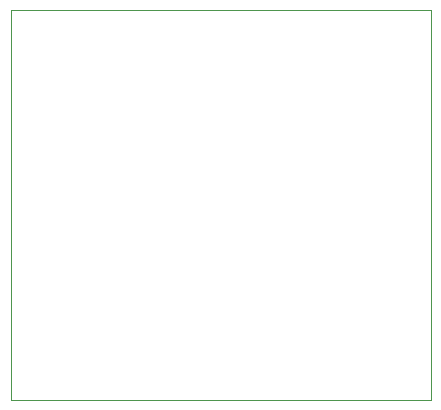
<source format=gbr>
%TF.GenerationSoftware,KiCad,Pcbnew,(5.1.6)-1*%
%TF.CreationDate,2020-09-13T20:14:07-05:00*%
%TF.ProjectId,CircuitBoard,43697263-7569-4744-926f-6172642e6b69,rev?*%
%TF.SameCoordinates,Original*%
%TF.FileFunction,Profile,NP*%
%FSLAX46Y46*%
G04 Gerber Fmt 4.6, Leading zero omitted, Abs format (unit mm)*
G04 Created by KiCad (PCBNEW (5.1.6)-1) date 2020-09-13 20:14:07*
%MOMM*%
%LPD*%
G01*
G04 APERTURE LIST*
%TA.AperFunction,Profile*%
%ADD10C,0.050000*%
%TD*%
G04 APERTURE END LIST*
D10*
X195580000Y-121920000D02*
X195580000Y-88900000D01*
X231140000Y-121920000D02*
X195580000Y-121920000D01*
X231140000Y-88900000D02*
X231140000Y-121920000D01*
X195580000Y-88900000D02*
X231140000Y-88900000D01*
M02*

</source>
